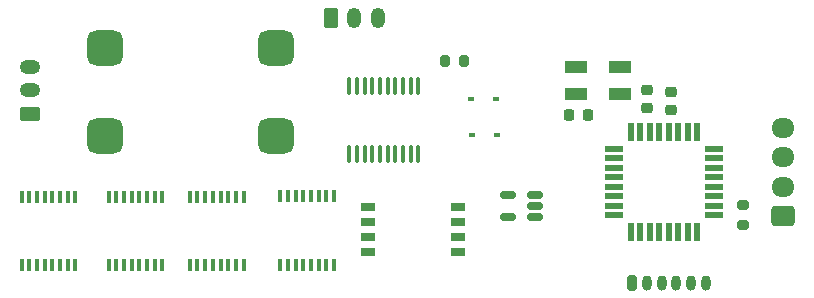
<source format=gbr>
%TF.GenerationSoftware,KiCad,Pcbnew,(6.0.7)*%
%TF.CreationDate,2023-02-24T15:08:57+01:00*%
%TF.ProjectId,freqcount,66726571-636f-4756-9e74-2e6b69636164,rev?*%
%TF.SameCoordinates,PX640f3c0PY67de938*%
%TF.FileFunction,Soldermask,Top*%
%TF.FilePolarity,Negative*%
%FSLAX46Y46*%
G04 Gerber Fmt 4.6, Leading zero omitted, Abs format (unit mm)*
G04 Created by KiCad (PCBNEW (6.0.7)) date 2023-02-24 15:08:57*
%MOMM*%
%LPD*%
G01*
G04 APERTURE LIST*
G04 Aperture macros list*
%AMRoundRect*
0 Rectangle with rounded corners*
0 $1 Rounding radius*
0 $2 $3 $4 $5 $6 $7 $8 $9 X,Y pos of 4 corners*
0 Add a 4 corners polygon primitive as box body*
4,1,4,$2,$3,$4,$5,$6,$7,$8,$9,$2,$3,0*
0 Add four circle primitives for the rounded corners*
1,1,$1+$1,$2,$3*
1,1,$1+$1,$4,$5*
1,1,$1+$1,$6,$7*
1,1,$1+$1,$8,$9*
0 Add four rect primitives between the rounded corners*
20,1,$1+$1,$2,$3,$4,$5,0*
20,1,$1+$1,$4,$5,$6,$7,0*
20,1,$1+$1,$6,$7,$8,$9,0*
20,1,$1+$1,$8,$9,$2,$3,0*%
G04 Aperture macros list end*
%ADD10RoundRect,0.250000X0.625000X-0.350000X0.625000X0.350000X-0.625000X0.350000X-0.625000X-0.350000X0*%
%ADD11O,1.750000X1.200000*%
%ADD12RoundRect,0.100000X0.100000X-0.637500X0.100000X0.637500X-0.100000X0.637500X-0.100000X-0.637500X0*%
%ADD13RoundRect,0.200000X-0.275000X0.200000X-0.275000X-0.200000X0.275000X-0.200000X0.275000X0.200000X0*%
%ADD14R,0.600000X0.450000*%
%ADD15RoundRect,0.225000X0.250000X-0.225000X0.250000X0.225000X-0.250000X0.225000X-0.250000X-0.225000X0*%
%ADD16RoundRect,0.200000X0.200000X0.275000X-0.200000X0.275000X-0.200000X-0.275000X0.200000X-0.275000X0*%
%ADD17RoundRect,0.750000X-0.750000X-0.750000X0.750000X-0.750000X0.750000X0.750000X-0.750000X0.750000X0*%
%ADD18RoundRect,0.225000X-0.225000X-0.250000X0.225000X-0.250000X0.225000X0.250000X-0.225000X0.250000X0*%
%ADD19R,1.900000X1.100000*%
%ADD20R,0.400000X1.000000*%
%ADD21RoundRect,0.150000X0.512500X0.150000X-0.512500X0.150000X-0.512500X-0.150000X0.512500X-0.150000X0*%
%ADD22RoundRect,0.250000X-0.350000X-0.625000X0.350000X-0.625000X0.350000X0.625000X-0.350000X0.625000X0*%
%ADD23O,1.200000X1.750000*%
%ADD24R,0.550000X1.600000*%
%ADD25R,1.600000X0.550000*%
%ADD26RoundRect,0.225000X-0.250000X0.225000X-0.250000X-0.225000X0.250000X-0.225000X0.250000X0.225000X0*%
%ADD27RoundRect,0.250000X0.725000X-0.600000X0.725000X0.600000X-0.725000X0.600000X-0.725000X-0.600000X0*%
%ADD28O,1.950000X1.700000*%
%ADD29R,1.270000X0.760000*%
%ADD30RoundRect,0.200000X-0.200000X-0.450000X0.200000X-0.450000X0.200000X0.450000X-0.200000X0.450000X0*%
%ADD31O,0.800000X1.300000*%
G04 APERTURE END LIST*
D10*
%TO.C,J1*%
X5070000Y16480000D03*
D11*
X5070000Y18480000D03*
X5070000Y20480000D03*
%TD*%
D12*
%TO.C,U6*%
X32125000Y13127500D03*
X32775000Y13127500D03*
X33425000Y13127500D03*
X34075000Y13127500D03*
X34725000Y13127500D03*
X35375000Y13127500D03*
X36025000Y13127500D03*
X36675000Y13127500D03*
X37325000Y13127500D03*
X37975000Y13127500D03*
X37975000Y18852500D03*
X37325000Y18852500D03*
X36675000Y18852500D03*
X36025000Y18852500D03*
X35375000Y18852500D03*
X34725000Y18852500D03*
X34075000Y18852500D03*
X33425000Y18852500D03*
X32775000Y18852500D03*
X32125000Y18852500D03*
%TD*%
D13*
%TO.C,R2*%
X65460000Y8740000D03*
X65460000Y7090000D03*
%TD*%
D14*
%TO.C,D1*%
X42490000Y14690000D03*
X44590000Y14690000D03*
%TD*%
%TO.C,D2*%
X42440000Y17760000D03*
X44540000Y17760000D03*
%TD*%
D15*
%TO.C,C2*%
X57310000Y16995000D03*
X57310000Y18545000D03*
%TD*%
D16*
%TO.C,R1*%
X41830000Y20930000D03*
X40180000Y20930000D03*
%TD*%
D17*
%TO.C,QA1*%
X11470000Y22050000D03*
X11470000Y14620000D03*
X25910000Y22050000D03*
X25910000Y14620000D03*
%TD*%
D18*
%TO.C,C1*%
X50760000Y16385000D03*
X52310000Y16385000D03*
%TD*%
D19*
%TO.C,Y1*%
X51340000Y18170000D03*
X55040000Y18170000D03*
X55040000Y20470000D03*
X51340000Y20470000D03*
%TD*%
D20*
%TO.C,U2*%
X11735000Y3650000D03*
X12385000Y3650000D03*
X13035000Y3650000D03*
X13685000Y3650000D03*
X14335000Y3650000D03*
X14985000Y3650000D03*
X15635000Y3650000D03*
X16285000Y3650000D03*
X16285000Y9450000D03*
X15635000Y9450000D03*
X14985000Y9450000D03*
X14335000Y9450000D03*
X13685000Y9450000D03*
X13035000Y9450000D03*
X12385000Y9450000D03*
X11735000Y9450000D03*
%TD*%
D21*
%TO.C,U7*%
X47827500Y7720000D03*
X47827500Y8670000D03*
X47827500Y9620000D03*
X45552500Y9620000D03*
X45552500Y7720000D03*
%TD*%
D20*
%TO.C,U1*%
X4385000Y3670000D03*
X5035000Y3670000D03*
X5685000Y3670000D03*
X6335000Y3670000D03*
X6985000Y3670000D03*
X7635000Y3670000D03*
X8285000Y3670000D03*
X8935000Y3670000D03*
X8935000Y9470000D03*
X8285000Y9470000D03*
X7635000Y9470000D03*
X6985000Y9470000D03*
X6335000Y9470000D03*
X5685000Y9470000D03*
X5035000Y9470000D03*
X4385000Y9470000D03*
%TD*%
D22*
%TO.C,J2*%
X30540000Y24630000D03*
D23*
X32540000Y24630000D03*
X34540000Y24630000D03*
%TD*%
D24*
%TO.C,U5*%
X61570000Y14970000D03*
X60770000Y14970000D03*
X59970000Y14970000D03*
X59170000Y14970000D03*
X58370000Y14970000D03*
X57570000Y14970000D03*
X56770000Y14970000D03*
X55970000Y14970000D03*
D25*
X54520000Y13520000D03*
X54520000Y12720000D03*
X54520000Y11920000D03*
X54520000Y11120000D03*
X54520000Y10320000D03*
X54520000Y9520000D03*
X54520000Y8720000D03*
X54520000Y7920000D03*
D24*
X55970000Y6470000D03*
X56770000Y6470000D03*
X57570000Y6470000D03*
X58370000Y6470000D03*
X59170000Y6470000D03*
X59970000Y6470000D03*
X60770000Y6470000D03*
X61570000Y6470000D03*
D25*
X63020000Y7920000D03*
X63020000Y8720000D03*
X63020000Y9520000D03*
X63020000Y10320000D03*
X63020000Y11120000D03*
X63020000Y11920000D03*
X63020000Y12720000D03*
X63020000Y13520000D03*
%TD*%
D20*
%TO.C,U3*%
X18615000Y3660000D03*
X19265000Y3660000D03*
X19915000Y3660000D03*
X20565000Y3660000D03*
X21215000Y3660000D03*
X21865000Y3660000D03*
X22515000Y3660000D03*
X23165000Y3660000D03*
X23165000Y9460000D03*
X22515000Y9460000D03*
X21865000Y9460000D03*
X21215000Y9460000D03*
X20565000Y9460000D03*
X19915000Y9460000D03*
X19265000Y9460000D03*
X18615000Y9460000D03*
%TD*%
D26*
%TO.C,C3*%
X59320000Y18355000D03*
X59320000Y16805000D03*
%TD*%
D27*
%TO.C,J3*%
X68840000Y7820000D03*
D28*
X68840000Y10320000D03*
X68840000Y12820000D03*
X68840000Y15320000D03*
%TD*%
D20*
%TO.C,U4*%
X26275000Y3700000D03*
X26925000Y3700000D03*
X27575000Y3700000D03*
X28225000Y3700000D03*
X28875000Y3700000D03*
X29525000Y3700000D03*
X30175000Y3700000D03*
X30825000Y3700000D03*
X30825000Y9500000D03*
X30175000Y9500000D03*
X29525000Y9500000D03*
X28875000Y9500000D03*
X28225000Y9500000D03*
X27575000Y9500000D03*
X26925000Y9500000D03*
X26275000Y9500000D03*
%TD*%
D29*
%TO.C,SW1*%
X33690000Y8605000D03*
X33690000Y7335000D03*
X33690000Y6065000D03*
X33690000Y4795000D03*
X41310000Y4795000D03*
X41310000Y6065000D03*
X41310000Y7335000D03*
X41310000Y8605000D03*
%TD*%
D30*
%TO.C,J4*%
X56060000Y2145000D03*
D31*
X57310000Y2145000D03*
X58560000Y2145000D03*
X59810000Y2145000D03*
X61060000Y2145000D03*
X62310000Y2145000D03*
%TD*%
M02*

</source>
